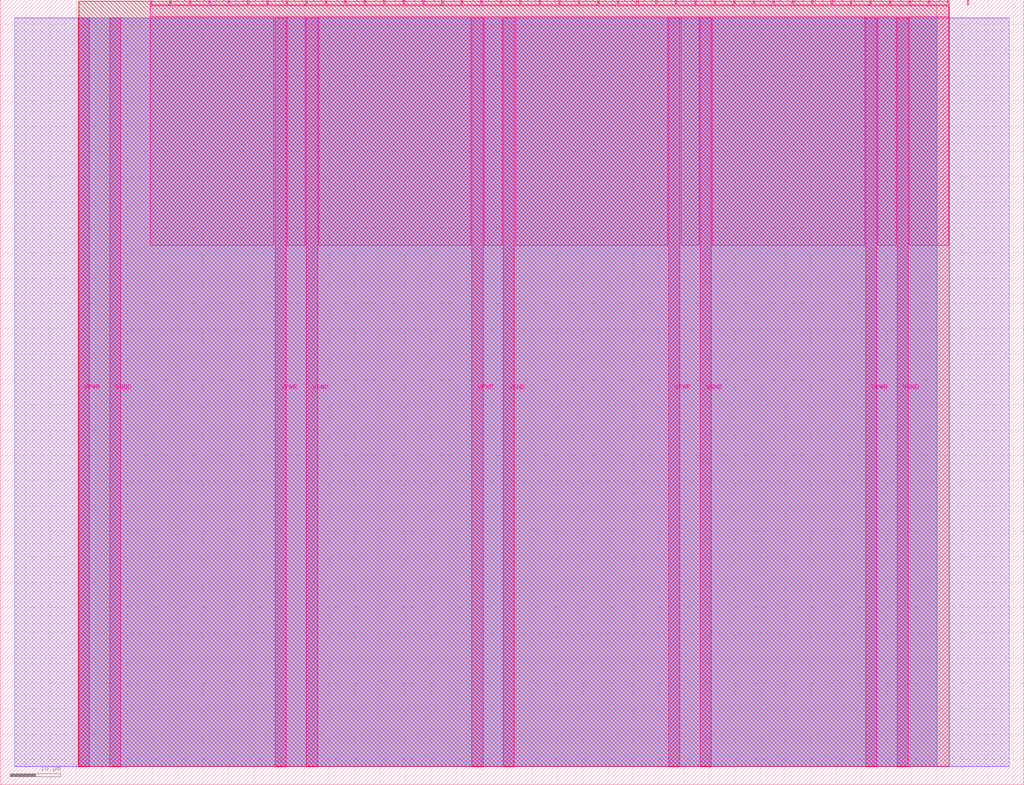
<source format=lef>
VERSION 5.7 ;
  NOWIREEXTENSIONATPIN ON ;
  DIVIDERCHAR "/" ;
  BUSBITCHARS "[]" ;
MACRO tt_um_lsnn_hschweig
  CLASS BLOCK ;
  FOREIGN tt_um_lsnn_hschweig ;
  ORIGIN 0.000 0.000 ;
  SIZE 202.080 BY 154.980 ;
  PIN VGND
    DIRECTION INOUT ;
    USE GROUND ;
    PORT
      LAYER Metal5 ;
        RECT 21.580 3.560 23.780 151.420 ;
    END
    PORT
      LAYER Metal5 ;
        RECT 60.450 3.560 62.650 151.420 ;
    END
    PORT
      LAYER Metal5 ;
        RECT 99.320 3.560 101.520 151.420 ;
    END
    PORT
      LAYER Metal5 ;
        RECT 138.190 3.560 140.390 151.420 ;
    END
    PORT
      LAYER Metal5 ;
        RECT 177.060 3.560 179.260 151.420 ;
    END
  END VGND
  PIN VPWR
    DIRECTION INOUT ;
    USE POWER ;
    PORT
      LAYER Metal5 ;
        RECT 15.380 3.560 17.580 151.420 ;
    END
    PORT
      LAYER Metal5 ;
        RECT 54.250 3.560 56.450 151.420 ;
    END
    PORT
      LAYER Metal5 ;
        RECT 93.120 3.560 95.320 151.420 ;
    END
    PORT
      LAYER Metal5 ;
        RECT 131.990 3.560 134.190 151.420 ;
    END
    PORT
      LAYER Metal5 ;
        RECT 170.860 3.560 173.060 151.420 ;
    END
  END VPWR
  PIN clk
    DIRECTION INPUT ;
    USE SIGNAL ;
    ANTENNAGATEAREA 0.213200 ;
    PORT
      LAYER Metal5 ;
        RECT 187.050 153.980 187.350 154.980 ;
    END
  END clk
  PIN ena
    DIRECTION INPUT ;
    USE SIGNAL ;
    PORT
      LAYER Metal5 ;
        RECT 190.890 153.980 191.190 154.980 ;
    END
  END ena
  PIN rst_n
    DIRECTION INPUT ;
    USE SIGNAL ;
    ANTENNAGATEAREA 0.180700 ;
    PORT
      LAYER Metal5 ;
        RECT 183.210 153.980 183.510 154.980 ;
    END
  END rst_n
  PIN ui_in[0]
    DIRECTION INPUT ;
    USE SIGNAL ;
    ANTENNAGATEAREA 0.180700 ;
    PORT
      LAYER Metal5 ;
        RECT 179.370 153.980 179.670 154.980 ;
    END
  END ui_in[0]
  PIN ui_in[1]
    DIRECTION INPUT ;
    USE SIGNAL ;
    ANTENNAGATEAREA 0.180700 ;
    PORT
      LAYER Metal5 ;
        RECT 175.530 153.980 175.830 154.980 ;
    END
  END ui_in[1]
  PIN ui_in[2]
    DIRECTION INPUT ;
    USE SIGNAL ;
    ANTENNAGATEAREA 0.180700 ;
    PORT
      LAYER Metal5 ;
        RECT 171.690 153.980 171.990 154.980 ;
    END
  END ui_in[2]
  PIN ui_in[3]
    DIRECTION INPUT ;
    USE SIGNAL ;
    ANTENNAGATEAREA 0.180700 ;
    PORT
      LAYER Metal5 ;
        RECT 167.850 153.980 168.150 154.980 ;
    END
  END ui_in[3]
  PIN ui_in[4]
    DIRECTION INPUT ;
    USE SIGNAL ;
    ANTENNAGATEAREA 0.180700 ;
    PORT
      LAYER Metal5 ;
        RECT 164.010 153.980 164.310 154.980 ;
    END
  END ui_in[4]
  PIN ui_in[5]
    DIRECTION INPUT ;
    USE SIGNAL ;
    ANTENNAGATEAREA 0.180700 ;
    PORT
      LAYER Metal5 ;
        RECT 160.170 153.980 160.470 154.980 ;
    END
  END ui_in[5]
  PIN ui_in[6]
    DIRECTION INPUT ;
    USE SIGNAL ;
    ANTENNAGATEAREA 0.180700 ;
    PORT
      LAYER Metal5 ;
        RECT 156.330 153.980 156.630 154.980 ;
    END
  END ui_in[6]
  PIN ui_in[7]
    DIRECTION INPUT ;
    USE SIGNAL ;
    ANTENNAGATEAREA 0.180700 ;
    PORT
      LAYER Metal5 ;
        RECT 152.490 153.980 152.790 154.980 ;
    END
  END ui_in[7]
  PIN uio_in[0]
    DIRECTION INPUT ;
    USE SIGNAL ;
    PORT
      LAYER Metal5 ;
        RECT 148.650 153.980 148.950 154.980 ;
    END
  END uio_in[0]
  PIN uio_in[1]
    DIRECTION INPUT ;
    USE SIGNAL ;
    PORT
      LAYER Metal5 ;
        RECT 144.810 153.980 145.110 154.980 ;
    END
  END uio_in[1]
  PIN uio_in[2]
    DIRECTION INPUT ;
    USE SIGNAL ;
    PORT
      LAYER Metal5 ;
        RECT 140.970 153.980 141.270 154.980 ;
    END
  END uio_in[2]
  PIN uio_in[3]
    DIRECTION INPUT ;
    USE SIGNAL ;
    PORT
      LAYER Metal5 ;
        RECT 137.130 153.980 137.430 154.980 ;
    END
  END uio_in[3]
  PIN uio_in[4]
    DIRECTION INPUT ;
    USE SIGNAL ;
    PORT
      LAYER Metal5 ;
        RECT 133.290 153.980 133.590 154.980 ;
    END
  END uio_in[4]
  PIN uio_in[5]
    DIRECTION INPUT ;
    USE SIGNAL ;
    PORT
      LAYER Metal5 ;
        RECT 129.450 153.980 129.750 154.980 ;
    END
  END uio_in[5]
  PIN uio_in[6]
    DIRECTION INPUT ;
    USE SIGNAL ;
    PORT
      LAYER Metal5 ;
        RECT 125.610 153.980 125.910 154.980 ;
    END
  END uio_in[6]
  PIN uio_in[7]
    DIRECTION INPUT ;
    USE SIGNAL ;
    PORT
      LAYER Metal5 ;
        RECT 121.770 153.980 122.070 154.980 ;
    END
  END uio_in[7]
  PIN uio_oe[0]
    DIRECTION OUTPUT ;
    USE SIGNAL ;
    ANTENNADIFFAREA 0.392700 ;
    PORT
      LAYER Metal5 ;
        RECT 56.490 153.980 56.790 154.980 ;
    END
  END uio_oe[0]
  PIN uio_oe[1]
    DIRECTION OUTPUT ;
    USE SIGNAL ;
    ANTENNADIFFAREA 0.392700 ;
    PORT
      LAYER Metal5 ;
        RECT 52.650 153.980 52.950 154.980 ;
    END
  END uio_oe[1]
  PIN uio_oe[2]
    DIRECTION OUTPUT ;
    USE SIGNAL ;
    ANTENNADIFFAREA 0.392700 ;
    PORT
      LAYER Metal5 ;
        RECT 48.810 153.980 49.110 154.980 ;
    END
  END uio_oe[2]
  PIN uio_oe[3]
    DIRECTION OUTPUT ;
    USE SIGNAL ;
    ANTENNADIFFAREA 0.392700 ;
    PORT
      LAYER Metal5 ;
        RECT 44.970 153.980 45.270 154.980 ;
    END
  END uio_oe[3]
  PIN uio_oe[4]
    DIRECTION OUTPUT ;
    USE SIGNAL ;
    ANTENNADIFFAREA 0.392700 ;
    PORT
      LAYER Metal5 ;
        RECT 41.130 153.980 41.430 154.980 ;
    END
  END uio_oe[4]
  PIN uio_oe[5]
    DIRECTION OUTPUT ;
    USE SIGNAL ;
    ANTENNADIFFAREA 0.392700 ;
    PORT
      LAYER Metal5 ;
        RECT 37.290 153.980 37.590 154.980 ;
    END
  END uio_oe[5]
  PIN uio_oe[6]
    DIRECTION OUTPUT ;
    USE SIGNAL ;
    ANTENNADIFFAREA 0.392700 ;
    PORT
      LAYER Metal5 ;
        RECT 33.450 153.980 33.750 154.980 ;
    END
  END uio_oe[6]
  PIN uio_oe[7]
    DIRECTION OUTPUT ;
    USE SIGNAL ;
    ANTENNADIFFAREA 0.392700 ;
    PORT
      LAYER Metal5 ;
        RECT 29.610 153.980 29.910 154.980 ;
    END
  END uio_oe[7]
  PIN uio_out[0]
    DIRECTION OUTPUT ;
    USE SIGNAL ;
    ANTENNAGATEAREA 1.449500 ;
    ANTENNADIFFAREA 0.632400 ;
    PORT
      LAYER Metal5 ;
        RECT 87.210 153.980 87.510 154.980 ;
    END
  END uio_out[0]
  PIN uio_out[1]
    DIRECTION OUTPUT ;
    USE SIGNAL ;
    ANTENNAGATEAREA 1.401400 ;
    ANTENNADIFFAREA 1.039100 ;
    PORT
      LAYER Metal5 ;
        RECT 83.370 153.980 83.670 154.980 ;
    END
  END uio_out[1]
  PIN uio_out[2]
    DIRECTION OUTPUT ;
    USE SIGNAL ;
    ANTENNAGATEAREA 0.351000 ;
    ANTENNADIFFAREA 0.632400 ;
    PORT
      LAYER Metal5 ;
        RECT 79.530 153.980 79.830 154.980 ;
    END
  END uio_out[2]
  PIN uio_out[3]
    DIRECTION OUTPUT ;
    USE SIGNAL ;
    ANTENNAGATEAREA 0.592800 ;
    ANTENNADIFFAREA 0.632400 ;
    PORT
      LAYER Metal5 ;
        RECT 75.690 153.980 75.990 154.980 ;
    END
  END uio_out[3]
  PIN uio_out[4]
    DIRECTION OUTPUT ;
    USE SIGNAL ;
    ANTENNAGATEAREA 0.483600 ;
    ANTENNADIFFAREA 1.039100 ;
    PORT
      LAYER Metal5 ;
        RECT 71.850 153.980 72.150 154.980 ;
    END
  END uio_out[4]
  PIN uio_out[5]
    DIRECTION OUTPUT ;
    USE SIGNAL ;
    ANTENNAGATEAREA 1.401400 ;
    ANTENNADIFFAREA 1.039100 ;
    PORT
      LAYER Metal5 ;
        RECT 68.010 153.980 68.310 154.980 ;
    END
  END uio_out[5]
  PIN uio_out[6]
    DIRECTION OUTPUT ;
    USE SIGNAL ;
    ANTENNAGATEAREA 1.027000 ;
    ANTENNADIFFAREA 0.632400 ;
    PORT
      LAYER Metal5 ;
        RECT 64.170 153.980 64.470 154.980 ;
    END
  END uio_out[6]
  PIN uio_out[7]
    DIRECTION OUTPUT ;
    USE SIGNAL ;
    ANTENNAGATEAREA 0.351000 ;
    ANTENNADIFFAREA 0.632400 ;
    PORT
      LAYER Metal5 ;
        RECT 60.330 153.980 60.630 154.980 ;
    END
  END uio_out[7]
  PIN uo_out[0]
    DIRECTION OUTPUT ;
    USE SIGNAL ;
    ANTENNADIFFAREA 0.654800 ;
    PORT
      LAYER Metal5 ;
        RECT 117.930 153.980 118.230 154.980 ;
    END
  END uo_out[0]
  PIN uo_out[1]
    DIRECTION OUTPUT ;
    USE SIGNAL ;
    ANTENNADIFFAREA 0.654800 ;
    PORT
      LAYER Metal5 ;
        RECT 114.090 153.980 114.390 154.980 ;
    END
  END uo_out[1]
  PIN uo_out[2]
    DIRECTION OUTPUT ;
    USE SIGNAL ;
    ANTENNADIFFAREA 0.654800 ;
    PORT
      LAYER Metal5 ;
        RECT 110.250 153.980 110.550 154.980 ;
    END
  END uo_out[2]
  PIN uo_out[3]
    DIRECTION OUTPUT ;
    USE SIGNAL ;
    ANTENNADIFFAREA 0.654800 ;
    PORT
      LAYER Metal5 ;
        RECT 106.410 153.980 106.710 154.980 ;
    END
  END uo_out[3]
  PIN uo_out[4]
    DIRECTION OUTPUT ;
    USE SIGNAL ;
    ANTENNADIFFAREA 0.654800 ;
    PORT
      LAYER Metal5 ;
        RECT 102.570 153.980 102.870 154.980 ;
    END
  END uo_out[4]
  PIN uo_out[5]
    DIRECTION OUTPUT ;
    USE SIGNAL ;
    ANTENNADIFFAREA 0.654800 ;
    PORT
      LAYER Metal5 ;
        RECT 98.730 153.980 99.030 154.980 ;
    END
  END uo_out[5]
  PIN uo_out[6]
    DIRECTION OUTPUT ;
    USE SIGNAL ;
    ANTENNADIFFAREA 0.654800 ;
    PORT
      LAYER Metal5 ;
        RECT 94.890 153.980 95.190 154.980 ;
    END
  END uo_out[6]
  PIN uo_out[7]
    DIRECTION OUTPUT ;
    USE SIGNAL ;
    ANTENNADIFFAREA 0.654800 ;
    PORT
      LAYER Metal5 ;
        RECT 91.050 153.980 91.350 154.980 ;
    END
  END uo_out[7]
  OBS
      LAYER GatPoly ;
        RECT 2.880 3.630 199.200 151.350 ;
      LAYER Metal1 ;
        RECT 2.880 3.560 199.200 151.420 ;
      LAYER Metal2 ;
        RECT 15.515 3.680 184.945 151.300 ;
      LAYER Metal3 ;
        RECT 15.560 3.635 184.900 154.705 ;
      LAYER Metal4 ;
        RECT 15.515 3.680 187.345 154.660 ;
      LAYER Metal5 ;
        RECT 30.120 153.770 33.240 153.980 ;
        RECT 33.960 153.770 37.080 153.980 ;
        RECT 37.800 153.770 40.920 153.980 ;
        RECT 41.640 153.770 44.760 153.980 ;
        RECT 45.480 153.770 48.600 153.980 ;
        RECT 49.320 153.770 52.440 153.980 ;
        RECT 53.160 153.770 56.280 153.980 ;
        RECT 57.000 153.770 60.120 153.980 ;
        RECT 60.840 153.770 63.960 153.980 ;
        RECT 64.680 153.770 67.800 153.980 ;
        RECT 68.520 153.770 71.640 153.980 ;
        RECT 72.360 153.770 75.480 153.980 ;
        RECT 76.200 153.770 79.320 153.980 ;
        RECT 80.040 153.770 83.160 153.980 ;
        RECT 83.880 153.770 87.000 153.980 ;
        RECT 87.720 153.770 90.840 153.980 ;
        RECT 91.560 153.770 94.680 153.980 ;
        RECT 95.400 153.770 98.520 153.980 ;
        RECT 99.240 153.770 102.360 153.980 ;
        RECT 103.080 153.770 106.200 153.980 ;
        RECT 106.920 153.770 110.040 153.980 ;
        RECT 110.760 153.770 113.880 153.980 ;
        RECT 114.600 153.770 117.720 153.980 ;
        RECT 118.440 153.770 121.560 153.980 ;
        RECT 122.280 153.770 125.400 153.980 ;
        RECT 126.120 153.770 129.240 153.980 ;
        RECT 129.960 153.770 133.080 153.980 ;
        RECT 133.800 153.770 136.920 153.980 ;
        RECT 137.640 153.770 140.760 153.980 ;
        RECT 141.480 153.770 144.600 153.980 ;
        RECT 145.320 153.770 148.440 153.980 ;
        RECT 149.160 153.770 152.280 153.980 ;
        RECT 153.000 153.770 156.120 153.980 ;
        RECT 156.840 153.770 159.960 153.980 ;
        RECT 160.680 153.770 163.800 153.980 ;
        RECT 164.520 153.770 167.640 153.980 ;
        RECT 168.360 153.770 171.480 153.980 ;
        RECT 172.200 153.770 175.320 153.980 ;
        RECT 176.040 153.770 179.160 153.980 ;
        RECT 179.880 153.770 183.000 153.980 ;
        RECT 183.720 153.770 186.840 153.980 ;
        RECT 29.660 151.630 187.300 153.770 ;
        RECT 29.660 106.535 54.040 151.630 ;
        RECT 56.660 106.535 60.240 151.630 ;
        RECT 62.860 106.535 92.910 151.630 ;
        RECT 95.530 106.535 99.110 151.630 ;
        RECT 101.730 106.535 131.780 151.630 ;
        RECT 134.400 106.535 137.980 151.630 ;
        RECT 140.600 106.535 170.650 151.630 ;
        RECT 173.270 106.535 176.850 151.630 ;
        RECT 179.470 106.535 187.300 151.630 ;
  END
END tt_um_lsnn_hschweig
END LIBRARY


</source>
